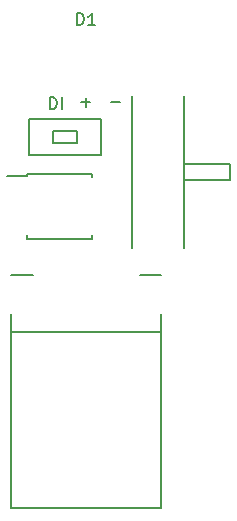
<source format=gbr>
G04 #@! TF.GenerationSoftware,KiCad,Pcbnew,5.0.2+dfsg1-1~bpo9+1*
G04 #@! TF.CreationDate,2020-11-29T19:27:56+00:00*
G04 #@! TF.ProjectId,tiny_glowstick,74696e79-5f67-46c6-9f77-737469636b2e,rev?*
G04 #@! TF.SameCoordinates,Original*
G04 #@! TF.FileFunction,Legend,Top*
G04 #@! TF.FilePolarity,Positive*
%FSLAX46Y46*%
G04 Gerber Fmt 4.6, Leading zero omitted, Abs format (unit mm)*
G04 Created by KiCad (PCBNEW 5.0.2+dfsg1-1~bpo9+1) date Sun 29 Nov 2020 19:27:56 GMT*
%MOMM*%
%LPD*%
G01*
G04 APERTURE LIST*
%ADD10C,0.150000*%
G04 APERTURE END LIST*
D10*
G04 #@! TO.C,U1*
X131882700Y-70016000D02*
X131882700Y-70221000D01*
X137382700Y-70016000D02*
X137382700Y-70316000D01*
X137382700Y-75526000D02*
X137382700Y-75226000D01*
X131882700Y-75526000D02*
X131882700Y-75226000D01*
X131882700Y-70016000D02*
X137382700Y-70016000D01*
X131882700Y-75526000D02*
X137382700Y-75526000D01*
X131882700Y-70221000D02*
X130132700Y-70221000D01*
G04 #@! TO.C,J1*
X143225520Y-81912460D02*
X143225520Y-98295460D01*
X130520440Y-81907380D02*
X130520440Y-98290380D01*
X143225520Y-98300540D02*
X130525520Y-98300540D01*
X130520440Y-78590140D02*
X132349240Y-78590140D01*
X141401800Y-78595220D02*
X143230600Y-78595220D01*
X143215360Y-83395820D02*
X130515360Y-83395820D01*
G04 #@! TO.C,SW2*
X138137900Y-68402200D02*
X132041900Y-68402200D01*
X132041900Y-68402200D02*
X132041900Y-65354200D01*
X132041900Y-65354200D02*
X138137900Y-65354200D01*
X138137900Y-65354200D02*
X138137900Y-68402200D01*
X136105900Y-67386200D02*
X134073900Y-67386200D01*
X134073900Y-67386200D02*
X134073900Y-66370200D01*
X134073900Y-66370200D02*
X136105900Y-66370200D01*
X136105900Y-66370200D02*
X136105900Y-67386200D01*
G04 #@! TO.C,SW1*
X140759180Y-76288900D02*
X140764260Y-63482220D01*
X140764260Y-63482220D02*
X140759180Y-63482220D01*
X145163540Y-76288900D02*
X145168620Y-63482220D01*
X145173700Y-70573900D02*
X149075140Y-70573900D01*
X149075140Y-70573900D02*
X149075140Y-69212460D01*
X149075140Y-69212460D02*
X145173700Y-69212460D01*
G04 #@! TO.C,D1*
X136099324Y-57429660D02*
X136099324Y-56429660D01*
X136337420Y-56429660D01*
X136480277Y-56477280D01*
X136575515Y-56572518D01*
X136623134Y-56667756D01*
X136670753Y-56858232D01*
X136670753Y-57001089D01*
X136623134Y-57191565D01*
X136575515Y-57286803D01*
X136480277Y-57382041D01*
X136337420Y-57429660D01*
X136099324Y-57429660D01*
X137623134Y-57429660D02*
X137051705Y-57429660D01*
X137337420Y-57429660D02*
X137337420Y-56429660D01*
X137242181Y-56572518D01*
X137146943Y-56667756D01*
X137051705Y-56715375D01*
X136446307Y-63993068D02*
X137208212Y-63993068D01*
X136827260Y-64374020D02*
X136827260Y-63612116D01*
X133807580Y-64556900D02*
X133807580Y-63556900D01*
X134045675Y-63556900D01*
X134188532Y-63604520D01*
X134283770Y-63699758D01*
X134331389Y-63794996D01*
X134379008Y-63985472D01*
X134379008Y-64128329D01*
X134331389Y-64318805D01*
X134283770Y-64414043D01*
X134188532Y-64509281D01*
X134045675Y-64556900D01*
X133807580Y-64556900D01*
X134807580Y-64556900D02*
X134807580Y-63556900D01*
X139016787Y-63947348D02*
X139778692Y-63947348D01*
G04 #@! TD*
M02*

</source>
